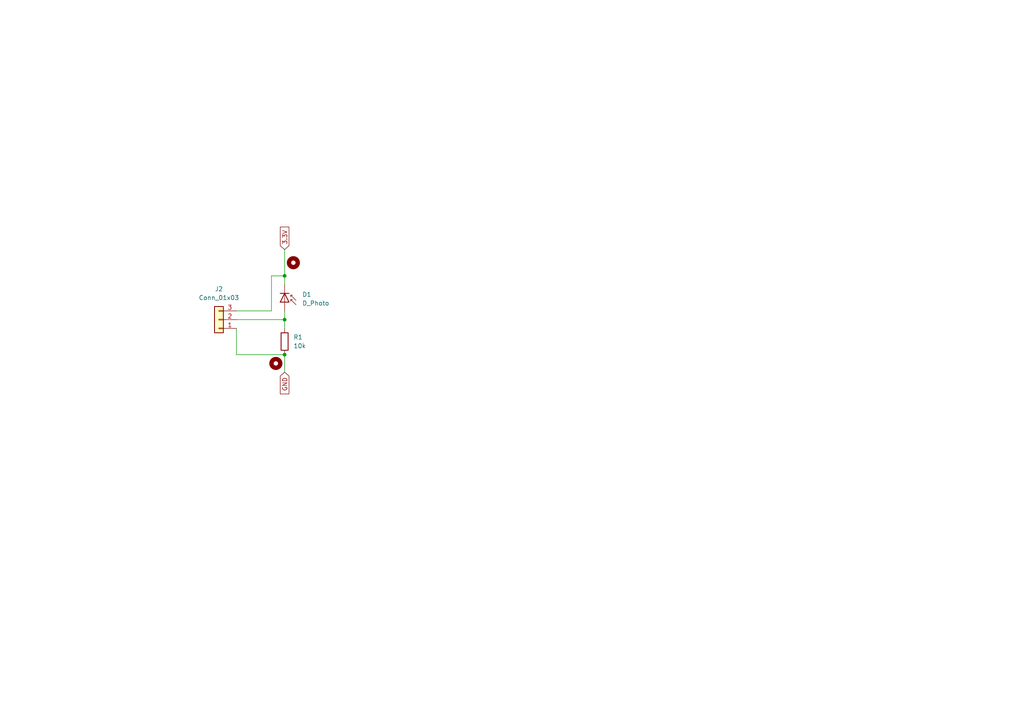
<source format=kicad_sch>
(kicad_sch (version 20230121) (generator eeschema)

  (uuid cf896358-3be7-4371-9c30-a1da9e460129)

  (paper "A4")

  (title_block
    (title "Light Sensor")
    (date "2024-01-18")
    (rev "0")
    (company "Team 8")
  )

  (lib_symbols
    (symbol "Connector_Generic:Conn_01x03" (pin_names (offset 1.016) hide) (in_bom yes) (on_board yes)
      (property "Reference" "J" (at 0 5.08 0)
        (effects (font (size 1.27 1.27)))
      )
      (property "Value" "Conn_01x03" (at 0 -5.08 0)
        (effects (font (size 1.27 1.27)))
      )
      (property "Footprint" "" (at 0 0 0)
        (effects (font (size 1.27 1.27)) hide)
      )
      (property "Datasheet" "~" (at 0 0 0)
        (effects (font (size 1.27 1.27)) hide)
      )
      (property "ki_keywords" "connector" (at 0 0 0)
        (effects (font (size 1.27 1.27)) hide)
      )
      (property "ki_description" "Generic connector, single row, 01x03, script generated (kicad-library-utils/schlib/autogen/connector/)" (at 0 0 0)
        (effects (font (size 1.27 1.27)) hide)
      )
      (property "ki_fp_filters" "Connector*:*_1x??_*" (at 0 0 0)
        (effects (font (size 1.27 1.27)) hide)
      )
      (symbol "Conn_01x03_1_1"
        (rectangle (start -1.27 -2.413) (end 0 -2.667)
          (stroke (width 0.1524) (type default))
          (fill (type none))
        )
        (rectangle (start -1.27 0.127) (end 0 -0.127)
          (stroke (width 0.1524) (type default))
          (fill (type none))
        )
        (rectangle (start -1.27 2.667) (end 0 2.413)
          (stroke (width 0.1524) (type default))
          (fill (type none))
        )
        (rectangle (start -1.27 3.81) (end 1.27 -3.81)
          (stroke (width 0.254) (type default))
          (fill (type background))
        )
        (pin passive line (at -5.08 2.54 0) (length 3.81)
          (name "Pin_1" (effects (font (size 1.27 1.27))))
          (number "1" (effects (font (size 1.27 1.27))))
        )
        (pin passive line (at -5.08 0 0) (length 3.81)
          (name "Pin_2" (effects (font (size 1.27 1.27))))
          (number "2" (effects (font (size 1.27 1.27))))
        )
        (pin passive line (at -5.08 -2.54 0) (length 3.81)
          (name "Pin_3" (effects (font (size 1.27 1.27))))
          (number "3" (effects (font (size 1.27 1.27))))
        )
      )
    )
    (symbol "Device:D_Photo" (pin_numbers hide) (pin_names hide) (in_bom yes) (on_board yes)
      (property "Reference" "D" (at 0.508 1.778 0)
        (effects (font (size 1.27 1.27)) (justify left))
      )
      (property "Value" "D_Photo" (at -1.016 -2.794 0)
        (effects (font (size 1.27 1.27)))
      )
      (property "Footprint" "" (at -1.27 0 0)
        (effects (font (size 1.27 1.27)) hide)
      )
      (property "Datasheet" "~" (at -1.27 0 0)
        (effects (font (size 1.27 1.27)) hide)
      )
      (property "ki_keywords" "photodiode diode opto" (at 0 0 0)
        (effects (font (size 1.27 1.27)) hide)
      )
      (property "ki_description" "Photodiode" (at 0 0 0)
        (effects (font (size 1.27 1.27)) hide)
      )
      (symbol "D_Photo_0_1"
        (polyline
          (pts
            (xy -2.54 1.27)
            (xy -2.54 -1.27)
          )
          (stroke (width 0.254) (type default))
          (fill (type none))
        )
        (polyline
          (pts
            (xy -2.032 1.778)
            (xy -1.524 1.778)
          )
          (stroke (width 0) (type default))
          (fill (type none))
        )
        (polyline
          (pts
            (xy 0 0)
            (xy -2.54 0)
          )
          (stroke (width 0) (type default))
          (fill (type none))
        )
        (polyline
          (pts
            (xy -0.508 3.302)
            (xy -2.032 1.778)
            (xy -2.032 2.286)
          )
          (stroke (width 0) (type default))
          (fill (type none))
        )
        (polyline
          (pts
            (xy 0 -1.27)
            (xy 0 1.27)
            (xy -2.54 0)
            (xy 0 -1.27)
          )
          (stroke (width 0.254) (type default))
          (fill (type none))
        )
        (polyline
          (pts
            (xy 0.762 3.302)
            (xy -0.762 1.778)
            (xy -0.762 2.286)
            (xy -0.762 1.778)
            (xy -0.254 1.778)
          )
          (stroke (width 0) (type default))
          (fill (type none))
        )
      )
      (symbol "D_Photo_1_1"
        (pin passive line (at -5.08 0 0) (length 2.54)
          (name "K" (effects (font (size 1.27 1.27))))
          (number "1" (effects (font (size 1.27 1.27))))
        )
        (pin passive line (at 2.54 0 180) (length 2.54)
          (name "A" (effects (font (size 1.27 1.27))))
          (number "2" (effects (font (size 1.27 1.27))))
        )
      )
    )
    (symbol "Device:R" (pin_numbers hide) (pin_names (offset 0)) (in_bom yes) (on_board yes)
      (property "Reference" "R" (at 2.032 0 90)
        (effects (font (size 1.27 1.27)))
      )
      (property "Value" "R" (at 0 0 90)
        (effects (font (size 1.27 1.27)))
      )
      (property "Footprint" "" (at -1.778 0 90)
        (effects (font (size 1.27 1.27)) hide)
      )
      (property "Datasheet" "~" (at 0 0 0)
        (effects (font (size 1.27 1.27)) hide)
      )
      (property "ki_keywords" "R res resistor" (at 0 0 0)
        (effects (font (size 1.27 1.27)) hide)
      )
      (property "ki_description" "Resistor" (at 0 0 0)
        (effects (font (size 1.27 1.27)) hide)
      )
      (property "ki_fp_filters" "R_*" (at 0 0 0)
        (effects (font (size 1.27 1.27)) hide)
      )
      (symbol "R_0_1"
        (rectangle (start -1.016 -2.54) (end 1.016 2.54)
          (stroke (width 0.254) (type default))
          (fill (type none))
        )
      )
      (symbol "R_1_1"
        (pin passive line (at 0 3.81 270) (length 1.27)
          (name "~" (effects (font (size 1.27 1.27))))
          (number "1" (effects (font (size 1.27 1.27))))
        )
        (pin passive line (at 0 -3.81 90) (length 1.27)
          (name "~" (effects (font (size 1.27 1.27))))
          (number "2" (effects (font (size 1.27 1.27))))
        )
      )
    )
    (symbol "Mechanical:MountingHole" (pin_names (offset 1.016)) (in_bom yes) (on_board yes)
      (property "Reference" "H" (at 0 5.08 0)
        (effects (font (size 1.27 1.27)))
      )
      (property "Value" "MountingHole" (at 0 3.175 0)
        (effects (font (size 1.27 1.27)))
      )
      (property "Footprint" "" (at 0 0 0)
        (effects (font (size 1.27 1.27)) hide)
      )
      (property "Datasheet" "~" (at 0 0 0)
        (effects (font (size 1.27 1.27)) hide)
      )
      (property "ki_keywords" "mounting hole" (at 0 0 0)
        (effects (font (size 1.27 1.27)) hide)
      )
      (property "ki_description" "Mounting Hole without connection" (at 0 0 0)
        (effects (font (size 1.27 1.27)) hide)
      )
      (property "ki_fp_filters" "MountingHole*" (at 0 0 0)
        (effects (font (size 1.27 1.27)) hide)
      )
      (symbol "MountingHole_0_1"
        (circle (center 0 0) (radius 1.27)
          (stroke (width 1.27) (type default))
          (fill (type none))
        )
      )
    )
  )

  (junction (at 82.55 80.01) (diameter 0) (color 0 0 0 0)
    (uuid 36738fc6-b5ee-4ee0-bd54-0abf3f9780a6)
  )
  (junction (at 82.55 92.71) (diameter 0) (color 0 0 0 0)
    (uuid 63814e56-0c1c-4aab-8124-999f0828eef7)
  )
  (junction (at 82.55 102.87) (diameter 0) (color 0 0 0 0)
    (uuid fc6f53a7-3188-4bfa-8302-32a163e402cc)
  )

  (wire (pts (xy 82.55 90.17) (xy 82.55 92.71))
    (stroke (width 0) (type default))
    (uuid 1f940d88-5b56-44c0-9680-858f39e15a0d)
  )
  (wire (pts (xy 68.58 92.71) (xy 82.55 92.71))
    (stroke (width 0) (type default))
    (uuid 25267d78-416f-45ba-810f-1239289198e2)
  )
  (wire (pts (xy 82.55 82.55) (xy 82.55 80.01))
    (stroke (width 0) (type default))
    (uuid 334bc03f-0380-4be3-bfdc-711d1f6b7941)
  )
  (wire (pts (xy 82.55 102.87) (xy 82.55 107.95))
    (stroke (width 0) (type default))
    (uuid 382ff4cf-cdba-4afd-b275-20918a0ce221)
  )
  (wire (pts (xy 82.55 72.39) (xy 82.55 80.01))
    (stroke (width 0) (type default))
    (uuid 38b8a16a-891a-46d7-9dbe-41f598dbb4c2)
  )
  (wire (pts (xy 82.55 92.71) (xy 82.55 95.25))
    (stroke (width 0) (type default))
    (uuid 3c0fa581-cbc7-4c7f-8035-e4fd9eee5fe4)
  )
  (wire (pts (xy 78.74 90.17) (xy 78.74 80.01))
    (stroke (width 0) (type default))
    (uuid 3ff05f8f-1064-4fec-8fec-c192cb9bb123)
  )
  (wire (pts (xy 68.58 95.25) (xy 68.58 102.87))
    (stroke (width 0) (type default))
    (uuid 7d317468-2d04-4131-a80f-7923e00b7be3)
  )
  (wire (pts (xy 78.74 80.01) (xy 82.55 80.01))
    (stroke (width 0) (type default))
    (uuid b4dbc5d2-091a-4c24-8a0a-4258f4975f2f)
  )
  (wire (pts (xy 68.58 102.87) (xy 82.55 102.87))
    (stroke (width 0) (type default))
    (uuid d3476274-8742-4eac-a7da-e621668ecd10)
  )
  (wire (pts (xy 68.58 90.17) (xy 78.74 90.17))
    (stroke (width 0) (type default))
    (uuid d6fb30aa-a565-46f4-9a30-d5fa6a7b2277)
  )

  (global_label "GND" (shape input) (at 82.55 107.95 270) (fields_autoplaced)
    (effects (font (size 1.27 1.27)) (justify right))
    (uuid 8f39dfd2-ca52-434d-8824-be30ebf7af3a)
    (property "Intersheetrefs" "${INTERSHEET_REFS}" (at 82.55 114.8057 90)
      (effects (font (size 1.27 1.27)) (justify right) hide)
    )
  )
  (global_label "3.3V" (shape input) (at 82.55 72.39 90) (fields_autoplaced)
    (effects (font (size 1.27 1.27)) (justify left))
    (uuid d70e34ef-2fa2-41bb-a218-038374100fb1)
    (property "Intersheetrefs" "${INTERSHEET_REFS}" (at 82.55 65.2924 90)
      (effects (font (size 1.27 1.27)) (justify left) hide)
    )
  )

  (symbol (lib_id "Mechanical:MountingHole") (at 80.01 105.41 0) (unit 1)
    (in_bom yes) (on_board yes) (dnp no) (fields_autoplaced)
    (uuid 0faaf215-8652-4917-b781-4802ba396064)
    (property "Reference" "H2" (at 82.55 104.14 0)
      (effects (font (size 1.27 1.27)) (justify left) hide)
    )
    (property "Value" "MountingHole" (at 82.55 106.68 0)
      (effects (font (size 1.27 1.27)) (justify left) hide)
    )
    (property "Footprint" "MountingHole:MountingHole_2.7mm" (at 80.01 105.41 0)
      (effects (font (size 1.27 1.27)) hide)
    )
    (property "Datasheet" "~" (at 80.01 105.41 0)
      (effects (font (size 1.27 1.27)) hide)
    )
    (instances
      (project "Light_Sensor"
        (path "/cf896358-3be7-4371-9c30-a1da9e460129"
          (reference "H2") (unit 1)
        )
      )
    )
  )

  (symbol (lib_id "Device:D_Photo") (at 82.55 87.63 270) (unit 1)
    (in_bom yes) (on_board yes) (dnp no) (fields_autoplaced)
    (uuid 1907c00e-f5dc-42da-b510-3e7d74d56092)
    (property "Reference" "D1" (at 87.63 85.4075 90)
      (effects (font (size 1.27 1.27)) (justify left))
    )
    (property "Value" "D_Photo" (at 87.63 87.9475 90)
      (effects (font (size 1.27 1.27)) (justify left))
    )
    (property "Footprint" "Connector_Wire:SolderWire-0.1sqmm_1x02_P3.6mm_D0.4mm_OD1mm" (at 82.55 86.36 0)
      (effects (font (size 1.27 1.27)) hide)
    )
    (property "Datasheet" "~" (at 82.55 86.36 0)
      (effects (font (size 1.27 1.27)) hide)
    )
    (pin "1" (uuid 5cf73689-ab2d-4d2a-9247-eef1a49e2a16))
    (pin "2" (uuid 09419589-46bc-4844-afa5-8c83e6174e5d))
    (instances
      (project "Light_Sensor"
        (path "/cf896358-3be7-4371-9c30-a1da9e460129"
          (reference "D1") (unit 1)
        )
      )
    )
  )

  (symbol (lib_id "Mechanical:MountingHole") (at 85.09 76.2 0) (unit 1)
    (in_bom yes) (on_board yes) (dnp no) (fields_autoplaced)
    (uuid 192854d4-879a-4ed6-9350-95ff7b54ab7c)
    (property "Reference" "H1" (at 87.63 74.93 0)
      (effects (font (size 1.27 1.27)) (justify left) hide)
    )
    (property "Value" "MountingHole" (at 87.63 77.47 0)
      (effects (font (size 1.27 1.27)) (justify left) hide)
    )
    (property "Footprint" "MountingHole:MountingHole_2.7mm" (at 85.09 76.2 0)
      (effects (font (size 1.27 1.27)) hide)
    )
    (property "Datasheet" "~" (at 85.09 76.2 0)
      (effects (font (size 1.27 1.27)) hide)
    )
    (instances
      (project "Light_Sensor"
        (path "/cf896358-3be7-4371-9c30-a1da9e460129"
          (reference "H1") (unit 1)
        )
      )
    )
  )

  (symbol (lib_id "Device:R") (at 82.55 99.06 0) (unit 1)
    (in_bom yes) (on_board yes) (dnp no) (fields_autoplaced)
    (uuid bca465d1-6135-4255-9dfe-d5b5c98b5404)
    (property "Reference" "R1" (at 85.09 97.79 0)
      (effects (font (size 1.27 1.27)) (justify left))
    )
    (property "Value" "10k" (at 85.09 100.33 0)
      (effects (font (size 1.27 1.27)) (justify left))
    )
    (property "Footprint" "Resistor_SMD:R_0805_2012Metric" (at 80.772 99.06 90)
      (effects (font (size 1.27 1.27)) hide)
    )
    (property "Datasheet" "~" (at 82.55 99.06 0)
      (effects (font (size 1.27 1.27)) hide)
    )
    (pin "2" (uuid fbc01e44-edac-472f-b8aa-3acb3a137362))
    (pin "1" (uuid 0c4fd087-97d6-4c0f-95e9-2e79c33c9fc3))
    (instances
      (project "Light_Sensor"
        (path "/cf896358-3be7-4371-9c30-a1da9e460129"
          (reference "R1") (unit 1)
        )
      )
    )
  )

  (symbol (lib_id "Connector_Generic:Conn_01x03") (at 63.5 92.71 180) (unit 1)
    (in_bom yes) (on_board yes) (dnp no) (fields_autoplaced)
    (uuid c0e5a63b-8b65-4c21-9fa6-7407b69b765b)
    (property "Reference" "J2" (at 63.5 83.82 0)
      (effects (font (size 1.27 1.27)))
    )
    (property "Value" "Conn_01x03" (at 63.5 86.36 0)
      (effects (font (size 1.27 1.27)))
    )
    (property "Footprint" "Connector_PinSocket_2.54mm:PinSocket_1x03_P2.54mm_Vertical" (at 63.5 92.71 0)
      (effects (font (size 1.27 1.27)) hide)
    )
    (property "Datasheet" "~" (at 63.5 92.71 0)
      (effects (font (size 1.27 1.27)) hide)
    )
    (pin "1" (uuid a56e7916-331d-46e4-b082-1d4f37785cfb))
    (pin "2" (uuid 49f43dd9-5be5-47df-b976-c09e04536fa9))
    (pin "3" (uuid e8c7ea6d-5972-4d07-8f55-b02c52fa373f))
    (instances
      (project "Light_Sensor"
        (path "/cf896358-3be7-4371-9c30-a1da9e460129"
          (reference "J2") (unit 1)
        )
      )
    )
  )

  (sheet_instances
    (path "/" (page "1"))
  )
)

</source>
